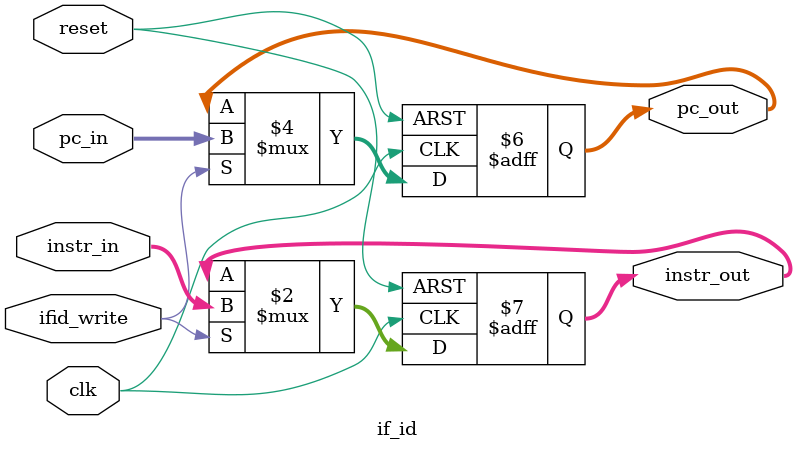
<source format=v>
`timescale 1ns/1ps
module if_id(
    input clk,
    input reset,
    input ifid_write,
    input [31:0] pc_in,
    input [31:0] instr_in,
    output reg [31:0] pc_out,
    output reg [31:0] instr_out
);

    always @(posedge clk or posedge reset) begin
        if (reset) begin
            pc_out    <= 0;
            instr_out <= 0;
        end
        else if (ifid_write) begin
            pc_out    <= pc_in;
            instr_out <= instr_in;
        end
    end

endmodule

</source>
